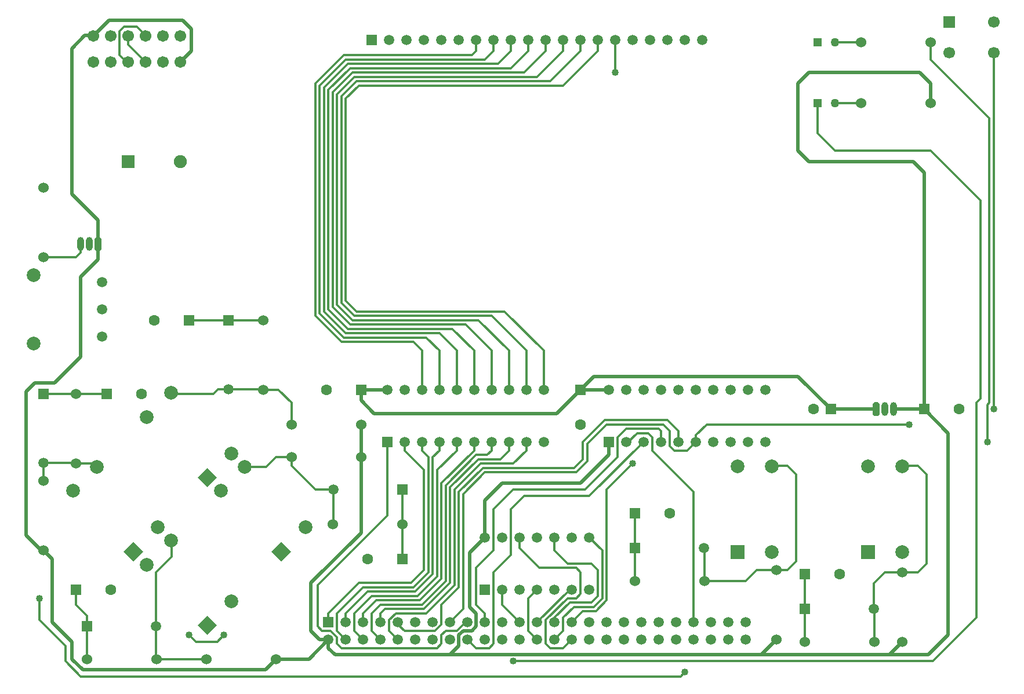
<source format=gbr>
G04 DipTrace 2.4.0.2*
%INTop.gbr*%
%MOIN*%
%ADD13C,0.02*%
%ADD14C,0.013*%
%ADD18C,0.063*%
%ADD19R,0.063X0.063*%
%ADD20R,0.0591X0.0591*%
%ADD21C,0.0591*%
%ADD22C,0.05*%
%ADD23R,0.05X0.05*%
%ADD25R,0.0748X0.0748*%
%ADD26C,0.0748*%
%ADD27O,0.0394X0.0787*%
%ADD28C,0.06*%
%ADD29C,0.06*%
%ADD30C,0.0787*%
%ADD31R,0.0787X0.0787*%
%ADD32R,0.0669X0.0669*%
%ADD33C,0.0669*%
%ADD34C,0.067*%
%ADD35C,0.04*%
%FSLAX44Y44*%
G04*
G70*
G90*
G75*
G01*
%LNTop*%
%LPD*%
X15000Y1375D2*
D13*
X16875D1*
X18000Y2500D1*
X15000Y1375D2*
X14375Y750D1*
X3875D1*
X3250Y1375D1*
Y2375D1*
X2125Y3500D1*
Y7125D1*
X1625Y7625D1*
X1500D1*
X625Y8500D1*
Y16750D1*
X1125Y17250D1*
X2250D1*
X3750Y18750D1*
Y23375D1*
X4750Y24375D1*
Y25250D1*
Y26625D1*
X3250Y28125D1*
Y36500D1*
X4000Y37250D1*
X4510D1*
X4500Y37240D1*
X52250Y15750D2*
X50500D1*
X43750Y2500D2*
X42875Y1625D1*
X25000D1*
X18375D1*
X18000Y2000D1*
Y2500D1*
X42875Y1625D2*
X50250D1*
X51000Y2375D1*
X18000Y2500D2*
X17500D1*
X17000Y3000D1*
Y5750D1*
X19875Y8625D1*
Y13000D1*
Y14875D1*
X4500Y37240D2*
X5385Y38125D1*
X9625D1*
X10125Y37625D1*
Y36365D1*
X9500Y35740D1*
X50250Y1625D2*
X52500D1*
X53625Y2750D1*
Y14375D1*
X52250Y15750D1*
X27000Y8375D2*
Y10500D1*
X28000Y11500D1*
X32500D1*
X34125Y13125D1*
Y13875D1*
X25000Y1625D2*
X25500Y2125D1*
Y2750D1*
X25750Y3000D1*
X26250D1*
X26500Y3250D1*
Y4000D1*
X26125Y4375D1*
Y7500D1*
X27000Y8375D1*
X52250Y15750D2*
Y29375D1*
X51625Y30000D1*
X45625D1*
X45000Y30625D1*
Y34500D1*
X45625Y35125D1*
X52000D1*
X52625Y34500D1*
Y33375D1*
X22000Y3500D2*
D14*
Y3375D1*
X22375Y3000D1*
X24125D1*
X24500Y3375D1*
Y4500D1*
X25500Y5500D1*
Y11000D1*
X26875Y12375D1*
X32125D1*
X32625Y12875D1*
Y13875D1*
X33875Y15125D1*
X37500D1*
X38125Y14500D1*
Y13875D1*
X35625Y5875D2*
Y7750D1*
Y9750D2*
Y7750D1*
X39625Y5875D2*
Y7726D1*
X39601Y7750D1*
X39625Y5875D2*
X42000D1*
X42625Y6500D1*
X43750D1*
X44375D1*
X44875Y7000D1*
Y12000D1*
X44375Y12500D1*
X43445D1*
X43484Y12461D1*
X3750Y25250D2*
Y24750D1*
X3500Y24500D1*
X1625D1*
X45375Y6250D2*
Y4250D1*
Y2375D1*
X49375D2*
Y4226D1*
X49351Y4250D1*
X51000Y6375D2*
X51875D1*
X52375Y6875D1*
Y12000D1*
X51875Y12500D1*
X50945D1*
X50984Y12461D1*
X49351Y4250D2*
Y5726D1*
X50000Y6375D1*
X51000D1*
X22375Y13875D2*
Y13375D1*
X23500Y12250D1*
Y6500D1*
X22750Y5750D1*
X19750D1*
X18000Y4000D1*
Y3500D1*
X23375Y13875D2*
Y13375D1*
X23750Y13000D1*
Y6375D1*
X22875Y5500D1*
X20000D1*
X18500Y4000D1*
Y3000D1*
X19000Y2500D1*
X24375Y13875D2*
Y13375D1*
X24000Y13000D1*
Y6250D1*
X23000Y5250D1*
X20250D1*
X19000Y4000D1*
Y3500D1*
X20000Y2500D2*
X19500Y3000D1*
Y4000D1*
X20500Y5000D1*
X23125D1*
X24250Y6125D1*
Y12250D1*
X25375Y13375D1*
Y13875D1*
X20000Y3500D2*
Y4000D1*
X20750Y4750D1*
X23250D1*
X24500Y6000D1*
Y11500D1*
X26375Y13375D1*
Y13875D1*
X21000Y2500D2*
X20500Y3000D1*
Y4000D1*
X21000Y4500D1*
X23375D1*
X24750Y5875D1*
Y11375D1*
X26500Y13125D1*
X27125D1*
X27375Y13375D1*
Y13875D1*
X21000Y3500D2*
Y4000D1*
X21250Y4250D1*
X23500D1*
X25000Y5750D1*
Y11250D1*
X26625Y12875D1*
X27875D1*
X28375Y13375D1*
Y13875D1*
X22000Y2500D2*
X21500Y3000D1*
Y3625D1*
X21875Y4000D1*
X23625D1*
X25250Y5625D1*
Y11125D1*
X26750Y12625D1*
X28625D1*
X29375Y13375D1*
Y13875D1*
X34500Y35125D2*
Y37000D1*
X24375Y16875D2*
Y19125D1*
X23625Y19875D1*
X18875D1*
X17500Y21250D1*
Y34375D1*
X19000Y35875D1*
X27000D1*
X27500Y36375D1*
Y37000D1*
X25375Y16875D2*
Y19125D1*
X24375Y20125D1*
X19000D1*
X17750Y21375D1*
Y34250D1*
X19125Y35625D1*
X27750D1*
X28500Y36375D1*
Y37000D1*
X26375Y16875D2*
Y19125D1*
X25125Y20375D1*
X19125D1*
X18000Y21500D1*
Y34125D1*
X19250Y35375D1*
X28500D1*
X29500Y36375D1*
Y37000D1*
X27375Y16875D2*
Y19125D1*
X25875Y20625D1*
X19250D1*
X18250Y21625D1*
Y34000D1*
X19375Y35125D1*
X29250D1*
X30500Y36375D1*
Y37000D1*
X28375Y16875D2*
Y19125D1*
X26625Y20875D1*
X19375D1*
X18500Y21750D1*
Y33875D1*
X19500Y34875D1*
X30000D1*
X31500Y36375D1*
Y37000D1*
X29375Y16875D2*
Y19125D1*
X27375Y21125D1*
X19500D1*
X18750Y21875D1*
Y33750D1*
X19625Y34625D1*
X30750D1*
X32500Y36375D1*
Y37000D1*
X30375Y16875D2*
Y19125D1*
X28125Y21375D1*
X19625D1*
X19000Y22000D1*
Y33625D1*
X19750Y34375D1*
X31500D1*
X33500Y36375D1*
Y37000D1*
X23375Y16875D2*
Y19125D1*
X22875Y19625D1*
X18750D1*
X17250Y21125D1*
Y34500D1*
X18875Y36125D1*
X26250D1*
X26500Y36375D1*
Y37000D1*
X39000Y3500D2*
Y11000D1*
X36625Y13375D1*
Y14125D1*
X36375Y14375D1*
X35750D1*
X35125Y13750D1*
Y13875D1*
X3500Y5375D2*
Y4500D1*
X4125Y3875D1*
Y3250D1*
Y1375D1*
X8101Y3250D2*
Y1399D1*
X8125Y1375D1*
X11000D1*
X8101Y3250D2*
Y6351D1*
X9000Y7250D1*
Y8142D1*
X8956Y8186D1*
X28625Y1250D2*
X52750D1*
X55250Y3750D1*
Y16125D1*
X55500Y16375D1*
Y27750D1*
X52625Y30625D1*
X47125D1*
X46125Y31625D1*
Y33375D1*
X47120Y36875D2*
X48625D1*
X1625Y16625D2*
X3500D1*
X5250D1*
X1625Y12649D2*
X3476D1*
X3500Y12625D1*
X1625Y12649D2*
Y11625D1*
X3500Y12625D2*
X4517D1*
X4706Y12436D1*
X26000Y3500D2*
X25875D1*
X25375Y3000D1*
X24750D1*
X24500Y2750D1*
Y2250D1*
X24250Y2000D1*
X18750D1*
X18500Y2250D1*
Y2625D1*
X18125Y3000D1*
X17625D1*
X17375Y3250D1*
Y5625D1*
X21375Y9625D1*
Y13875D1*
X47125Y33375D2*
X48625D1*
X28000Y5375D2*
Y4500D1*
X29000Y3500D1*
X30000Y2500D2*
X29500Y3000D1*
Y4875D1*
X30000Y5375D1*
Y3500D2*
X31875Y5375D1*
X32000D1*
X31000Y2500D2*
X31500Y3000D1*
Y3750D1*
X32125Y4375D1*
X33250D1*
X33750Y4875D1*
Y7625D1*
X33000Y8375D1*
X31000Y3500D2*
Y3750D1*
X31875Y4625D1*
X33125D1*
X33500Y5000D1*
Y6500D1*
X33125Y6875D1*
X31750D1*
X31000Y7625D1*
Y8375D1*
X32000Y2500D2*
X31500Y2000D1*
X30750D1*
X30500Y2250D1*
Y3625D1*
X31750Y4875D1*
X32250D1*
X32500Y5125D1*
Y6375D1*
X32250Y6625D1*
X30125D1*
X29000Y7750D1*
Y8375D1*
X32000Y3500D2*
X32625Y4125D1*
X33375D1*
X34000Y4750D1*
Y11125D1*
X35500Y12625D1*
X55875Y13875D2*
Y16000D1*
X56000Y16125D1*
Y32500D1*
X52625Y35875D1*
Y36875D1*
X6500Y37240D2*
Y36740D1*
X7500Y35740D1*
Y37240D2*
X7635Y37375D1*
X7375D1*
X7000Y37750D1*
X6250D1*
X6000Y37500D1*
Y36125D1*
X6385Y35740D1*
X6500D1*
X38500Y625D2*
X38250Y375D1*
X3750D1*
X2875Y1250D1*
Y2125D1*
X1375Y3625D1*
Y4875D1*
X27000Y3500D2*
Y4000D1*
X26500Y4500D1*
Y6625D1*
X27500Y7625D1*
Y10000D1*
X28625Y11125D1*
X32750D1*
X34625Y13000D1*
Y14125D1*
X35125Y14625D1*
X37000D1*
X37125Y14500D1*
Y13875D1*
X32500Y16875D2*
D13*
X34125D1*
X19875D2*
X21375D1*
X19875D2*
Y16250D1*
X20625Y15500D1*
X31125D1*
X32500Y16875D1*
X46875Y15750D2*
X49500D1*
X46875D2*
X45000Y17625D1*
X33250D1*
X32500Y16875D1*
X25000Y3500D2*
D14*
X25750Y4250D1*
Y10875D1*
X27000Y12125D1*
X32250D1*
X32875Y12750D1*
Y13750D1*
X34000Y14875D1*
X37250D1*
X37625Y14500D1*
Y13625D1*
X37875Y13375D1*
X38625D1*
X39125Y13875D1*
Y14250D1*
X39750Y14875D1*
X51375D1*
X56250Y15750D2*
Y36250D1*
X22250Y11125D2*
Y9125D1*
Y7125D1*
X15875Y13000D2*
Y12500D1*
X17250Y11125D1*
X18274D1*
X13206Y12436D2*
X14436D1*
X15000Y13000D1*
X15875D1*
X18274Y11125D2*
Y9149D1*
X18250Y9125D1*
X26000Y2500D2*
X26500Y2000D1*
X27250D1*
X27500Y2250D1*
Y6375D1*
X28500Y7375D1*
Y10000D1*
X29250Y10750D1*
X33000D1*
X36125Y13875D1*
X10000Y20875D2*
X12250D1*
X14250D1*
X12000Y2750D2*
X11625Y2375D1*
X10375D1*
X10000Y2750D1*
X12250Y16899D2*
X14226D1*
X14250Y16875D1*
X12250Y16899D2*
X11649D1*
X11375Y16625D1*
X9017D1*
X8956Y16686D1*
X14250Y16875D2*
X15125D1*
X15875Y16125D1*
Y14875D1*
D35*
X34500Y35125D3*
X28625Y1250D3*
X35500Y12625D3*
X55875Y13875D3*
X38500Y625D3*
X1375Y4875D3*
X51375Y14875D3*
X56250Y15750D3*
X12000Y2750D3*
X10000D3*
D18*
X8000Y20875D3*
D19*
X10000D3*
D18*
X5500Y5375D3*
D19*
X3500D3*
D18*
X7250Y16625D3*
D19*
X5250D3*
D18*
X20250Y7125D3*
D19*
X22250D3*
D18*
X37625Y9750D3*
D19*
X35625D3*
D18*
X47375Y6250D3*
D19*
X45375D3*
D18*
X45875Y15750D3*
D19*
X46875D3*
D18*
X54250D3*
D19*
X52250D3*
D18*
X17875Y16875D3*
D19*
X19875D3*
D18*
X32500Y14875D3*
D19*
Y16875D3*
D20*
X12250Y20875D3*
D21*
Y16899D3*
D20*
X4125Y3250D3*
D21*
X8101D3*
D20*
X1625Y16625D3*
D21*
Y12649D3*
D20*
X22250Y11125D3*
D21*
X18274D3*
D20*
X35625Y7750D3*
D21*
X39601D3*
D20*
X45375Y4250D3*
D21*
X49351D3*
D22*
X47120Y36875D3*
D23*
X46120D3*
D22*
X47125Y33375D3*
D23*
X46125D3*
D20*
X18000Y3500D3*
D21*
Y2500D3*
X19000Y3500D3*
Y2500D3*
X20000Y3500D3*
Y2500D3*
X21000Y3500D3*
Y2500D3*
X22000Y3500D3*
Y2500D3*
X23000Y3500D3*
Y2500D3*
X24000Y3500D3*
Y2500D3*
X25000Y3500D3*
Y2500D3*
X26000Y3500D3*
Y2500D3*
X27000Y3500D3*
Y2500D3*
X28000Y3500D3*
Y2500D3*
X29000Y3500D3*
Y2500D3*
X30000Y3500D3*
Y2500D3*
X31000Y3500D3*
Y2500D3*
X32000Y3500D3*
Y2500D3*
X33000Y3500D3*
Y2500D3*
X34000Y3500D3*
Y2500D3*
X35000Y3500D3*
Y2500D3*
X36000Y3500D3*
Y2500D3*
X37000Y3500D3*
Y2500D3*
X38000Y3500D3*
Y2500D3*
X39000Y3500D3*
Y2500D3*
X40000Y3500D3*
Y2500D3*
X41000Y3500D3*
Y2500D3*
X42000Y3500D3*
Y2500D3*
D20*
X20500Y37000D3*
D21*
X21500D3*
X22500D3*
X23500D3*
X24500D3*
X25500D3*
X26500D3*
X27500D3*
X28500D3*
X29500D3*
X30500D3*
X31500D3*
X32500D3*
X33500D3*
X34500D3*
X35500D3*
X36500D3*
X37500D3*
X38500D3*
X39500D3*
D25*
X6504Y30000D3*
D26*
X9496D3*
G36*
X4947Y25545D2*
X4848Y25644D1*
X4652D1*
X4553Y25545D1*
Y24955D1*
X4652Y24856D1*
X4848D1*
X4947Y24955D1*
Y25545D1*
G37*
D27*
X4250Y25250D3*
X3750D3*
D28*
X19875Y14875D3*
D29*
X15875D3*
D28*
X14250Y20875D3*
D29*
Y16875D3*
D28*
X15000Y1375D3*
D29*
X11000D3*
D28*
X4125D3*
D29*
X8125D3*
D28*
X1625Y7625D3*
D29*
Y11625D3*
D28*
X3500Y16625D3*
D29*
Y12625D3*
D28*
X19875Y13000D3*
D29*
X15875D3*
D28*
X22250Y9125D3*
D29*
X18250D3*
D28*
X43750Y2500D3*
D29*
Y6500D3*
D28*
X35625Y5875D3*
D29*
X39625D3*
D28*
X51000Y2375D3*
D29*
Y6375D3*
D28*
X45375Y2375D3*
D29*
X49375D3*
D28*
X48625Y33375D3*
D29*
X52625D3*
D28*
X48625Y36875D3*
D29*
X52625D3*
D28*
X1625Y24500D3*
D29*
Y28500D3*
D21*
X5000Y23075D3*
Y21500D3*
Y19925D3*
D30*
X1063Y23469D3*
Y19531D3*
G36*
X11044Y11257D2*
X10487Y11814D1*
X11044Y12371D1*
X11601Y11814D1*
X11044Y11257D1*
G37*
D30*
X7564Y15294D3*
X12436Y13206D3*
X8956Y16686D3*
G36*
X11044Y2757D2*
X10487Y3314D1*
X11044Y3871D1*
X11601Y3314D1*
X11044Y2757D1*
G37*
D30*
X7564Y6794D3*
X12436Y4706D3*
X8956Y8186D3*
G36*
X6794Y7007D2*
X6237Y7564D1*
X6794Y8121D1*
X7351Y7564D1*
X6794Y7007D1*
G37*
D30*
X3314Y11044D3*
X8186Y8956D3*
X4706Y12436D3*
G36*
X15294Y7007D2*
X14737Y7564D1*
X15294Y8121D1*
X15851Y7564D1*
X15294Y7007D1*
G37*
D30*
X11814Y11044D3*
X16686Y8956D3*
X13206Y12436D3*
D31*
X41516Y7539D3*
D30*
Y12461D3*
X43484Y7539D3*
Y12461D3*
D31*
X49016Y7539D3*
D30*
Y12461D3*
X50984Y7539D3*
Y12461D3*
D32*
X53691Y38022D3*
D33*
Y36250D3*
X56250D3*
Y38022D3*
D20*
X27000Y5375D3*
D21*
X28000D3*
X29000D3*
X30000D3*
X31000D3*
X32000D3*
X33000D3*
Y8375D3*
X32000D3*
X31000D3*
X30000D3*
X29000D3*
X28000D3*
X27000D3*
D34*
X9500Y37240D3*
X8500D3*
X7500D3*
X6500D3*
X5500D3*
X4500D3*
X9500Y35740D3*
X8500D3*
X7500D3*
X6500D3*
X5500D3*
X4500D3*
D20*
X21375Y13875D3*
D21*
X22375D3*
X23375D3*
X24375D3*
X25375D3*
X26375D3*
X27375D3*
X28375D3*
X29375D3*
X30375D3*
X21375Y16875D3*
X22375D3*
X23375D3*
X24375D3*
X25375D3*
X26375D3*
X27375D3*
X28375D3*
X29375D3*
X30375D3*
D20*
X34125Y13875D3*
D21*
X35125D3*
X36125D3*
X37125D3*
X38125D3*
X39125D3*
X40125D3*
X41125D3*
X42125D3*
X43125D3*
X34125Y16875D3*
X35125D3*
X36125D3*
X37125D3*
X38125D3*
X39125D3*
X40125D3*
X41125D3*
X42125D3*
X43125D3*
G36*
X49303Y15455D2*
X49402Y15356D1*
X49598D1*
X49697Y15455D1*
Y16045D1*
X49598Y16144D1*
X49402D1*
X49303Y16045D1*
Y15455D1*
G37*
D27*
X50000Y15750D3*
X50500D3*
M02*

</source>
